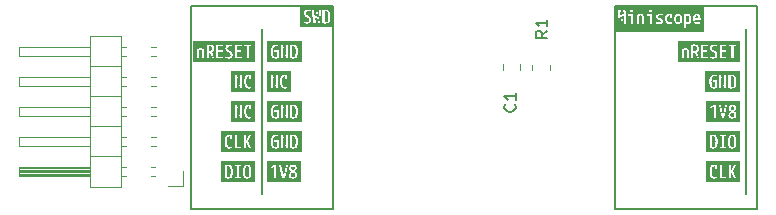
<source format=gbr>
%TF.GenerationSoftware,KiCad,Pcbnew,(6.0.2)*%
%TF.CreationDate,2023-02-06T19:57:10-08:00*%
%TF.ProjectId,SWD_to_v4WF_Cable,5357445f-746f-45f7-9634-57465f436162,rev?*%
%TF.SameCoordinates,Original*%
%TF.FileFunction,Legend,Top*%
%TF.FilePolarity,Positive*%
%FSLAX46Y46*%
G04 Gerber Fmt 4.6, Leading zero omitted, Abs format (unit mm)*
G04 Created by KiCad (PCBNEW (6.0.2)) date 2023-02-06 19:57:10*
%MOMM*%
%LPD*%
G01*
G04 APERTURE LIST*
%ADD10C,0.150000*%
%ADD11C,0.120000*%
G04 APERTURE END LIST*
D10*
X134140000Y-67605000D02*
X146205000Y-67605000D01*
X170017500Y-50460000D02*
X170017500Y-67605000D01*
X140152657Y-52350000D02*
X140152657Y-66350000D01*
X181130000Y-52365000D02*
X181130000Y-66365000D01*
X146205000Y-50460000D02*
X134140000Y-50460000D01*
X182082500Y-50460000D02*
X170017500Y-50460000D01*
X134140000Y-50460000D02*
X134140000Y-67605000D01*
X170017500Y-67605000D02*
X182082500Y-67605000D01*
X182082500Y-67605000D02*
X182082500Y-50460000D01*
X146205000Y-67605000D02*
X146205000Y-50460000D01*
%TO.C,R1*%
X164327380Y-52516666D02*
X163851190Y-52850000D01*
X164327380Y-53088095D02*
X163327380Y-53088095D01*
X163327380Y-52707142D01*
X163375000Y-52611904D01*
X163422619Y-52564285D01*
X163517857Y-52516666D01*
X163660714Y-52516666D01*
X163755952Y-52564285D01*
X163803571Y-52611904D01*
X163851190Y-52707142D01*
X163851190Y-53088095D01*
X164327380Y-51564285D02*
X164327380Y-52135714D01*
X164327380Y-51850000D02*
X163327380Y-51850000D01*
X163470238Y-51945238D01*
X163565476Y-52040476D01*
X163613095Y-52135714D01*
%TO.C,C1*%
X161582142Y-58741666D02*
X161629761Y-58789285D01*
X161677380Y-58932142D01*
X161677380Y-59027380D01*
X161629761Y-59170238D01*
X161534523Y-59265476D01*
X161439285Y-59313095D01*
X161248809Y-59360714D01*
X161105952Y-59360714D01*
X160915476Y-59313095D01*
X160820238Y-59265476D01*
X160725000Y-59170238D01*
X160677380Y-59027380D01*
X160677380Y-58932142D01*
X160725000Y-58789285D01*
X160772619Y-58741666D01*
X161677380Y-57789285D02*
X161677380Y-58360714D01*
X161677380Y-58075000D02*
X160677380Y-58075000D01*
X160820238Y-58170238D01*
X160915476Y-58265476D01*
X160963095Y-58360714D01*
D11*
%TO.C,R1*%
X164510000Y-55827064D02*
X164510000Y-55372936D01*
X163040000Y-55827064D02*
X163040000Y-55372936D01*
%TO.C,kibuzzard-630EA251*%
G36*
X142890698Y-58917406D02*
G01*
X142966501Y-58991225D01*
X142999133Y-59073069D01*
X143018712Y-59187369D01*
X143025238Y-59334125D01*
X143018800Y-59496226D01*
X142999485Y-59620581D01*
X142967295Y-59707188D01*
X142891690Y-59783388D01*
X142780763Y-59808788D01*
X142709326Y-59794500D01*
X142709326Y-58907088D01*
X142780763Y-58892800D01*
X142890698Y-58917406D01*
G37*
G36*
X140586309Y-58423958D02*
G01*
X143529005Y-58423958D01*
X143529005Y-60276042D01*
X140586309Y-60276042D01*
X140586309Y-59342063D01*
X140917038Y-59342063D01*
X140923239Y-59483449D01*
X140941843Y-59605984D01*
X140972849Y-59709668D01*
X141016257Y-59794500D01*
X141072068Y-59860480D01*
X141140280Y-59907609D01*
X141220896Y-59935887D01*
X141313913Y-59945313D01*
X141408810Y-59939139D01*
X141455929Y-59929438D01*
X141750476Y-59929438D01*
X141925101Y-59929438D01*
X141925101Y-59088063D01*
X141928276Y-59088063D01*
X142175926Y-59929438D01*
X142353726Y-59929438D01*
X142353726Y-59913563D01*
X142531526Y-59913563D01*
X142650985Y-59937375D01*
X142780763Y-59945313D01*
X142912526Y-59931620D01*
X143015713Y-59890544D01*
X143094096Y-59815733D01*
X143151445Y-59700838D01*
X143177462Y-59600119D01*
X143193072Y-59477882D01*
X143198276Y-59334125D01*
X143192174Y-59185743D01*
X143173868Y-59061273D01*
X143143358Y-58960715D01*
X143100645Y-58884069D01*
X143021710Y-58812190D01*
X142915083Y-58769063D01*
X142780763Y-58754687D01*
X142655748Y-58762625D01*
X142531526Y-58786437D01*
X142531526Y-59913563D01*
X142353726Y-59913563D01*
X142353726Y-58770563D01*
X142187038Y-58770563D01*
X142187038Y-59611938D01*
X142182276Y-59611938D01*
X141934626Y-58770563D01*
X141750476Y-58770563D01*
X141750476Y-59929438D01*
X141455929Y-59929438D01*
X141498769Y-59920618D01*
X141583788Y-59889750D01*
X141583788Y-59238875D01*
X141213901Y-59238875D01*
X141213901Y-59373813D01*
X141413926Y-59373813D01*
X141413926Y-59789738D01*
X141318676Y-59808788D01*
X141221838Y-59781800D01*
X141150401Y-59700838D01*
X141117769Y-59612996D01*
X141098190Y-59493404D01*
X141091663Y-59342063D01*
X141098542Y-59194160D01*
X141119180Y-59078538D01*
X141153576Y-58995194D01*
X141232554Y-58919589D01*
X141345663Y-58894388D01*
X141442898Y-58903913D01*
X141544101Y-58932488D01*
X141544101Y-58789613D01*
X141446866Y-58763419D01*
X141345663Y-58754687D01*
X141214694Y-58770386D01*
X141107538Y-58817482D01*
X141024194Y-58895975D01*
X140977314Y-58976838D01*
X140943827Y-59078141D01*
X140923736Y-59199882D01*
X140917038Y-59342063D01*
X140586309Y-59342063D01*
X140586309Y-58423958D01*
G37*
%TO.C,kibuzzard-630EA342*%
G36*
X140586309Y-55883958D02*
G01*
X142628893Y-55883958D01*
X142628893Y-57736042D01*
X140586309Y-57736042D01*
X140586309Y-57389438D01*
X140917038Y-57389438D01*
X141091664Y-57389438D01*
X141091664Y-56548063D01*
X141094839Y-56548063D01*
X141342488Y-57389438D01*
X141520289Y-57389438D01*
X141520289Y-56794125D01*
X141686976Y-56794125D01*
X141693252Y-56937372D01*
X141712078Y-57061520D01*
X141743456Y-57166567D01*
X141787385Y-57252516D01*
X141843866Y-57319364D01*
X141912897Y-57367113D01*
X141994480Y-57395763D01*
X142088614Y-57405313D01*
X142194579Y-57395391D01*
X142290226Y-57365625D01*
X142290226Y-57219575D01*
X142199739Y-57256484D01*
X142115601Y-57268788D01*
X142037990Y-57255602D01*
X141974490Y-57216047D01*
X141925101Y-57150122D01*
X141889823Y-57057826D01*
X141868657Y-56939161D01*
X141861601Y-56794125D01*
X141867995Y-56659761D01*
X141887177Y-56549826D01*
X141919148Y-56464322D01*
X141963907Y-56403247D01*
X142021453Y-56366602D01*
X142091789Y-56354388D01*
X142128301Y-56360738D01*
X142128301Y-56608388D01*
X142298164Y-56608388D01*
X142298164Y-56249613D01*
X142196960Y-56223419D01*
X142083851Y-56214687D01*
X141990833Y-56223741D01*
X141910218Y-56250902D01*
X141842005Y-56296171D01*
X141786195Y-56359547D01*
X141742787Y-56441030D01*
X141711781Y-56540621D01*
X141693177Y-56658319D01*
X141686976Y-56794125D01*
X141520289Y-56794125D01*
X141520289Y-56230563D01*
X141353601Y-56230563D01*
X141353601Y-57071938D01*
X141348839Y-57071938D01*
X141101189Y-56230563D01*
X140917038Y-56230563D01*
X140917038Y-57389438D01*
X140586309Y-57389438D01*
X140586309Y-55883958D01*
G37*
%TO.C,kibuzzard-630EA36E*%
G36*
X136679472Y-60963958D02*
G01*
X139606292Y-60963958D01*
X139606292Y-62816042D01*
X136679472Y-62816042D01*
X136679472Y-61874125D01*
X137010201Y-61874125D01*
X137016476Y-62017372D01*
X137035303Y-62141520D01*
X137066681Y-62246567D01*
X137110610Y-62332516D01*
X137167090Y-62399364D01*
X137236122Y-62447113D01*
X137317704Y-62475763D01*
X137411838Y-62485313D01*
X137517804Y-62475391D01*
X137536933Y-62469438D01*
X137883326Y-62469438D01*
X138431013Y-62469438D01*
X138624688Y-62469438D01*
X138802488Y-62469438D01*
X138802488Y-61913813D01*
X138805663Y-61913813D01*
X139083476Y-62469438D01*
X139275563Y-62469438D01*
X138964413Y-61863013D01*
X139267626Y-61310563D01*
X139077126Y-61310563D01*
X138805663Y-61818563D01*
X138802488Y-61818563D01*
X138802488Y-61310563D01*
X138624688Y-61310563D01*
X138624688Y-62469438D01*
X138431013Y-62469438D01*
X138431013Y-62331325D01*
X138061126Y-62331325D01*
X138061126Y-61310563D01*
X137883326Y-61310563D01*
X137883326Y-62469438D01*
X137536933Y-62469438D01*
X137613451Y-62445625D01*
X137613451Y-62299575D01*
X137522963Y-62336484D01*
X137438826Y-62348788D01*
X137361215Y-62335602D01*
X137297715Y-62296047D01*
X137248326Y-62230122D01*
X137213048Y-62137826D01*
X137191881Y-62019161D01*
X137184826Y-61874125D01*
X137191220Y-61739761D01*
X137210402Y-61629826D01*
X137242373Y-61544322D01*
X137287131Y-61483247D01*
X137344678Y-61446602D01*
X137415013Y-61434388D01*
X137451526Y-61440738D01*
X137451526Y-61688388D01*
X137621388Y-61688388D01*
X137621388Y-61329613D01*
X137520185Y-61303419D01*
X137407076Y-61294687D01*
X137314058Y-61303741D01*
X137233443Y-61330902D01*
X137165230Y-61376171D01*
X137109419Y-61439547D01*
X137066011Y-61521030D01*
X137035005Y-61620621D01*
X137016402Y-61738319D01*
X137010201Y-61874125D01*
X136679472Y-61874125D01*
X136679472Y-60963958D01*
G37*
%TO.C,kibuzzard-630EA342*%
G36*
X137563708Y-58423958D02*
G01*
X139606292Y-58423958D01*
X139606292Y-60276042D01*
X137563708Y-60276042D01*
X137563708Y-59929438D01*
X137894437Y-59929438D01*
X138069063Y-59929438D01*
X138069063Y-59088063D01*
X138072238Y-59088063D01*
X138319887Y-59929438D01*
X138497688Y-59929438D01*
X138497688Y-59334125D01*
X138664375Y-59334125D01*
X138670651Y-59477372D01*
X138689477Y-59601520D01*
X138720855Y-59706567D01*
X138764784Y-59792516D01*
X138821265Y-59859364D01*
X138890296Y-59907113D01*
X138971879Y-59935763D01*
X139066013Y-59945313D01*
X139171978Y-59935391D01*
X139267625Y-59905625D01*
X139267625Y-59759575D01*
X139177138Y-59796484D01*
X139093000Y-59808788D01*
X139015389Y-59795602D01*
X138951889Y-59756047D01*
X138902500Y-59690122D01*
X138867222Y-59597826D01*
X138846056Y-59479161D01*
X138839000Y-59334125D01*
X138845394Y-59199761D01*
X138864576Y-59089826D01*
X138896547Y-59004322D01*
X138941306Y-58943247D01*
X138998852Y-58906602D01*
X139069188Y-58894388D01*
X139105700Y-58900738D01*
X139105700Y-59148388D01*
X139275563Y-59148388D01*
X139275563Y-58789613D01*
X139174359Y-58763419D01*
X139061250Y-58754687D01*
X138968232Y-58763741D01*
X138887617Y-58790902D01*
X138819404Y-58836171D01*
X138763594Y-58899547D01*
X138720186Y-58981030D01*
X138689180Y-59080621D01*
X138670576Y-59198319D01*
X138664375Y-59334125D01*
X138497688Y-59334125D01*
X138497688Y-58770563D01*
X138331000Y-58770563D01*
X138331000Y-59611938D01*
X138326238Y-59611938D01*
X138078588Y-58770563D01*
X137894437Y-58770563D01*
X137894437Y-59929438D01*
X137563708Y-59929438D01*
X137563708Y-58423958D01*
G37*
%TO.C,kibuzzard-630EA6CF*%
G36*
X176873516Y-53825302D02*
G01*
X176933444Y-53862806D01*
X176969162Y-53927298D01*
X176981069Y-54020763D01*
X176968369Y-54118394D01*
X176930269Y-54182688D01*
X176862006Y-54218406D01*
X176758819Y-54230313D01*
X176696906Y-54230313D01*
X176696906Y-53825500D01*
X176788981Y-53812800D01*
X176873516Y-53825302D01*
G37*
G36*
X175399390Y-53343958D02*
G01*
X180656660Y-53343958D01*
X180656660Y-55196042D01*
X175399390Y-55196042D01*
X175399390Y-54849438D01*
X175730119Y-54849438D01*
X175904744Y-54849438D01*
X175904744Y-54173163D01*
X176012694Y-54138238D01*
X176130169Y-54169988D01*
X176161919Y-54285875D01*
X176161919Y-54849438D01*
X176333369Y-54849438D01*
X176519106Y-54849438D01*
X176696906Y-54849438D01*
X176696906Y-54368425D01*
X176758819Y-54368425D01*
X176854862Y-54399381D01*
X176885223Y-54444030D01*
X176911219Y-54516063D01*
X177003294Y-54849438D01*
X177185856Y-54849438D01*
X177344606Y-54849438D01*
X177900231Y-54849438D01*
X177900231Y-54711325D01*
X177522406Y-54711325D01*
X177522406Y-54293813D01*
X177884356Y-54293813D01*
X177884356Y-54158875D01*
X177522406Y-54158875D01*
X177522406Y-53976312D01*
X178111369Y-53976312D01*
X178127839Y-54089025D01*
X178177250Y-54182688D01*
X178231842Y-54237721D01*
X178307778Y-54290638D01*
X178405056Y-54341438D01*
X178473120Y-54382316D01*
X178518563Y-54428750D01*
X178544161Y-54485106D01*
X178552694Y-54555750D01*
X178541581Y-54629767D01*
X178508244Y-54683544D01*
X178455062Y-54716286D01*
X178384419Y-54727200D01*
X178291462Y-54715735D01*
X178203091Y-54681339D01*
X178119306Y-54624013D01*
X178119306Y-54789113D01*
X178200798Y-54831446D01*
X178290756Y-54856846D01*
X178389181Y-54865313D01*
X178512054Y-54852613D01*
X178520018Y-54849438D01*
X178932106Y-54849438D01*
X179487731Y-54849438D01*
X179487731Y-54711325D01*
X179109906Y-54711325D01*
X179109906Y-54293813D01*
X179471856Y-54293813D01*
X179471856Y-54158875D01*
X179109906Y-54158875D01*
X179109906Y-53828675D01*
X179487731Y-53828675D01*
X179675056Y-53828675D01*
X179911594Y-53828675D01*
X179911594Y-54849438D01*
X180089394Y-54849438D01*
X180089394Y-53828675D01*
X180325931Y-53828675D01*
X180325931Y-53690563D01*
X179675056Y-53690563D01*
X179675056Y-53828675D01*
X179487731Y-53828675D01*
X179487731Y-53690563D01*
X178932106Y-53690563D01*
X178932106Y-54849438D01*
X178520018Y-54849438D01*
X178607621Y-54814513D01*
X178675884Y-54751013D01*
X178716841Y-54662113D01*
X178730494Y-54547812D01*
X178713428Y-54425178D01*
X178662231Y-54327150D01*
X178604199Y-54270529D01*
X178521120Y-54214967D01*
X178412994Y-54160463D01*
X178342438Y-54113014D01*
X178300105Y-54048985D01*
X178285994Y-53968375D01*
X178297106Y-53903288D01*
X178330444Y-53854075D01*
X178383228Y-53823119D01*
X178452681Y-53812800D01*
X178576109Y-53829866D01*
X178698744Y-53881063D01*
X178698744Y-53722313D01*
X178613372Y-53695854D01*
X178524472Y-53679979D01*
X178432044Y-53674687D01*
X178337235Y-53683507D01*
X178258124Y-53709965D01*
X178194713Y-53754063D01*
X178132205Y-53849312D01*
X178111369Y-53976312D01*
X177522406Y-53976312D01*
X177522406Y-53828675D01*
X177900231Y-53828675D01*
X177900231Y-53690563D01*
X177344606Y-53690563D01*
X177344606Y-54849438D01*
X177185856Y-54849438D01*
X177087431Y-54525588D01*
X177036631Y-54400969D01*
X176976306Y-54322388D01*
X176976306Y-54319213D01*
X177054094Y-54273770D01*
X177109656Y-54208881D01*
X177142994Y-54124545D01*
X177154106Y-54020763D01*
X177144317Y-53911842D01*
X177114948Y-53824265D01*
X177066000Y-53758031D01*
X176996062Y-53711729D01*
X176903722Y-53683948D01*
X176788981Y-53674687D01*
X176697612Y-53678215D01*
X176607653Y-53688799D01*
X176519106Y-53706437D01*
X176519106Y-54849438D01*
X176333369Y-54849438D01*
X176333369Y-54293813D01*
X176316898Y-54152922D01*
X176267487Y-54066800D01*
X176209367Y-54034168D01*
X176122849Y-54014589D01*
X176007931Y-54008063D01*
X175905802Y-54015471D01*
X175813198Y-54037696D01*
X175730119Y-54074738D01*
X175730119Y-54849438D01*
X175399390Y-54849438D01*
X175399390Y-53343958D01*
G37*
%TO.C,kibuzzard-630EA6B9*%
G36*
X175469712Y-51226706D02*
G01*
X175517536Y-51273735D01*
X175544325Y-51364024D01*
X175553254Y-51509479D01*
X175544325Y-51654934D01*
X175517536Y-51745223D01*
X175469712Y-51792252D01*
X175397679Y-51807929D01*
X175325646Y-51792252D01*
X175277823Y-51745223D01*
X175251034Y-51654934D01*
X175242104Y-51509479D01*
X175251034Y-51364024D01*
X175277823Y-51273735D01*
X175325646Y-51226706D01*
X175397679Y-51211029D01*
X175469712Y-51226706D01*
G37*
G36*
X176245206Y-51227896D02*
G01*
X176296998Y-51278498D01*
X176327359Y-51369977D01*
X176337479Y-51509479D01*
X176328053Y-51640745D01*
X176299776Y-51734507D01*
X176252647Y-51790764D01*
X176186667Y-51809517D01*
X176067604Y-51773004D01*
X176067604Y-51228491D01*
X176170792Y-51211029D01*
X176245206Y-51227896D01*
G37*
G36*
X177091542Y-51261035D02*
G01*
X177116942Y-51334656D01*
X177126467Y-51445979D01*
X176843892Y-51445979D01*
X176857386Y-51331679D01*
X176885167Y-51258654D01*
X176929220Y-51219363D01*
X176991529Y-51206267D01*
X177091542Y-51261035D01*
G37*
G36*
X169942500Y-50385000D02*
G01*
X177628646Y-50385000D01*
X177628646Y-52602208D01*
X169942500Y-52602208D01*
X169942500Y-52271479D01*
X175892979Y-52271479D01*
X176067604Y-52271479D01*
X176067604Y-51906354D01*
X176135073Y-51930166D01*
X176207304Y-51938104D01*
X176300438Y-51926198D01*
X176376638Y-51890479D01*
X176435904Y-51830948D01*
X176478238Y-51747604D01*
X176503638Y-51640448D01*
X176512104Y-51509479D01*
X176662917Y-51509479D01*
X176673059Y-51640448D01*
X176703486Y-51747604D01*
X176754198Y-51830948D01*
X176825195Y-51890479D01*
X176916476Y-51926198D01*
X177028042Y-51938104D01*
X177138770Y-51928182D01*
X177255054Y-51898417D01*
X177255054Y-51766654D01*
X177146311Y-51798801D01*
X177048679Y-51809517D01*
X176963550Y-51795824D01*
X176901836Y-51754748D01*
X176862346Y-51681127D01*
X176843892Y-51569804D01*
X177294742Y-51569804D01*
X177297917Y-51506304D01*
X177289626Y-51370749D01*
X177264756Y-51262535D01*
X177223304Y-51181660D01*
X177164920Y-51125657D01*
X177089249Y-51092055D01*
X176996292Y-51080854D01*
X176894427Y-51092760D01*
X176811083Y-51128479D01*
X176746261Y-51188010D01*
X176699958Y-51271354D01*
X176672177Y-51378510D01*
X176662917Y-51509479D01*
X176512104Y-51509479D01*
X176502844Y-51370573D01*
X176475063Y-51260771D01*
X176428761Y-51180073D01*
X176362174Y-51124951D01*
X176273538Y-51091878D01*
X176162854Y-51080854D01*
X176067957Y-51086498D01*
X175977999Y-51103432D01*
X175892979Y-51131654D01*
X175892979Y-52271479D01*
X169942500Y-52271479D01*
X169942500Y-51922229D01*
X170273229Y-51922229D01*
X170428804Y-51922229D01*
X170455792Y-50937979D01*
X170460554Y-50937979D01*
X170551042Y-51652354D01*
X170701854Y-51652354D01*
X170800279Y-50937979D01*
X170801867Y-50937979D01*
X170825679Y-51922229D01*
X170995542Y-51922229D01*
X170953701Y-51096729D01*
X171182867Y-51096729D01*
X171182867Y-51225317D01*
X171394004Y-51225317D01*
X171394004Y-51922229D01*
X171571804Y-51922229D01*
X171921054Y-51922229D01*
X172095679Y-51922229D01*
X172095679Y-51245954D01*
X172203629Y-51211029D01*
X172321104Y-51242779D01*
X172352854Y-51358667D01*
X172352854Y-51922229D01*
X172524304Y-51922229D01*
X172524304Y-51366604D01*
X172507834Y-51225713D01*
X172458423Y-51139591D01*
X172400303Y-51106960D01*
X172355095Y-51096729D01*
X172770367Y-51096729D01*
X172770367Y-51225317D01*
X172981504Y-51225317D01*
X172981504Y-51922229D01*
X173159304Y-51922229D01*
X173159304Y-51311041D01*
X173519667Y-51311041D01*
X173535542Y-51402521D01*
X173583167Y-51473760D01*
X173668495Y-51529124D01*
X173797479Y-51572979D01*
X173902254Y-51620604D01*
X173930829Y-51699979D01*
X173894317Y-51783323D01*
X173773667Y-51809517D01*
X173654207Y-51794038D01*
X173527604Y-51747604D01*
X173527604Y-51887304D01*
X173612271Y-51915526D01*
X173703288Y-51932460D01*
X173800654Y-51938104D01*
X173930234Y-51922626D01*
X174026873Y-51876191D01*
X174087000Y-51801182D01*
X174107042Y-51699979D01*
X174091762Y-51598379D01*
X174045923Y-51525354D01*
X174020068Y-51509479D01*
X174297542Y-51509479D01*
X174308478Y-51639654D01*
X174341286Y-51746546D01*
X174395967Y-51830154D01*
X174470579Y-51890126D01*
X174563183Y-51926110D01*
X174673779Y-51938104D01*
X174773395Y-51928182D01*
X174869042Y-51898417D01*
X174869042Y-51768242D01*
X174780142Y-51802770D01*
X174694417Y-51814279D01*
X174603532Y-51795229D01*
X174534079Y-51738079D01*
X174490026Y-51642829D01*
X174475342Y-51509479D01*
X175064304Y-51509479D01*
X175073476Y-51646004D01*
X175100993Y-51755012D01*
X175146854Y-51836504D01*
X175211413Y-51892948D01*
X175295021Y-51926815D01*
X175397679Y-51938104D01*
X175500338Y-51926815D01*
X175583946Y-51892948D01*
X175648504Y-51836504D01*
X175694365Y-51755012D01*
X175721882Y-51646004D01*
X175731054Y-51509479D01*
X175721882Y-51372954D01*
X175694365Y-51263946D01*
X175648504Y-51182454D01*
X175583946Y-51126010D01*
X175500338Y-51092143D01*
X175397679Y-51080854D01*
X175295021Y-51092143D01*
X175211413Y-51126010D01*
X175146854Y-51182454D01*
X175100993Y-51263946D01*
X175073476Y-51372954D01*
X175064304Y-51509479D01*
X174475342Y-51509479D01*
X174488042Y-51379899D01*
X174526142Y-51286435D01*
X174586864Y-51229881D01*
X174667429Y-51211029D01*
X174710292Y-51215792D01*
X174710292Y-51398354D01*
X174876979Y-51398354D01*
X174876979Y-51112604D01*
X174779348Y-51088791D01*
X174670604Y-51080854D01*
X174571628Y-51089601D01*
X174487880Y-51115844D01*
X174419358Y-51159581D01*
X174366063Y-51220813D01*
X174327996Y-51299540D01*
X174305155Y-51395762D01*
X174297542Y-51509479D01*
X174020068Y-51509479D01*
X173958015Y-51471379D01*
X173816529Y-51426929D01*
X173722073Y-51382479D01*
X173694292Y-51311041D01*
X173728820Y-51233651D01*
X173832404Y-51207854D01*
X173953054Y-51217776D01*
X174080054Y-51247541D01*
X174080054Y-51115779D01*
X173997151Y-51096376D01*
X173909310Y-51084735D01*
X173816529Y-51080854D01*
X173687148Y-51095737D01*
X173594279Y-51140385D01*
X173538320Y-51212815D01*
X173519667Y-51311041D01*
X173159304Y-51311041D01*
X173159304Y-51096729D01*
X172770367Y-51096729D01*
X172355095Y-51096729D01*
X172313784Y-51087380D01*
X172198867Y-51080854D01*
X172096738Y-51088262D01*
X172004133Y-51110487D01*
X171921054Y-51147529D01*
X171921054Y-51922229D01*
X171571804Y-51922229D01*
X171571804Y-51096729D01*
X171182867Y-51096729D01*
X170953701Y-51096729D01*
X170944448Y-50914167D01*
X171362254Y-50914167D01*
X171571804Y-50914167D01*
X172949754Y-50914167D01*
X173159304Y-50914167D01*
X173159304Y-50715729D01*
X172949754Y-50715729D01*
X172949754Y-50914167D01*
X171571804Y-50914167D01*
X171571804Y-50715729D01*
X171362254Y-50715729D01*
X171362254Y-50914167D01*
X170944448Y-50914167D01*
X170936804Y-50763354D01*
X170736779Y-50763354D01*
X170641529Y-51501542D01*
X170638354Y-51501542D01*
X170541517Y-50763354D01*
X170333554Y-50763354D01*
X170273229Y-51922229D01*
X169942500Y-51922229D01*
X169942500Y-50385000D01*
G37*
%TO.C,kibuzzard-630EA251*%
G36*
X140586309Y-53343958D02*
G01*
X143529005Y-53343958D01*
X143529005Y-55196042D01*
X140586309Y-55196042D01*
X140586309Y-54262063D01*
X140917038Y-54262063D01*
X140923239Y-54403449D01*
X140941843Y-54525984D01*
X140972849Y-54629668D01*
X141016257Y-54714500D01*
X141072068Y-54780480D01*
X141140280Y-54827609D01*
X141220896Y-54855887D01*
X141313913Y-54865313D01*
X141408810Y-54859139D01*
X141455929Y-54849438D01*
X141750476Y-54849438D01*
X141925101Y-54849438D01*
X141925101Y-54008063D01*
X141928276Y-54008063D01*
X142175926Y-54849438D01*
X142353726Y-54849438D01*
X142353726Y-54833563D01*
X142531526Y-54833563D01*
X142650985Y-54857375D01*
X142780763Y-54865313D01*
X142912526Y-54851620D01*
X143015713Y-54810544D01*
X143094096Y-54735733D01*
X143151445Y-54620838D01*
X143177462Y-54520119D01*
X143193072Y-54397882D01*
X143198276Y-54254125D01*
X143192174Y-54105743D01*
X143173868Y-53981273D01*
X143143358Y-53880715D01*
X143100645Y-53804069D01*
X143021710Y-53732190D01*
X142915083Y-53689063D01*
X142780763Y-53674687D01*
X142655748Y-53682625D01*
X142531526Y-53706437D01*
X142531526Y-54833563D01*
X142353726Y-54833563D01*
X142353726Y-53690563D01*
X142187038Y-53690563D01*
X142187038Y-54531938D01*
X142182276Y-54531938D01*
X141934626Y-53690563D01*
X141750476Y-53690563D01*
X141750476Y-54849438D01*
X141455929Y-54849438D01*
X141498769Y-54840618D01*
X141583788Y-54809750D01*
X141583788Y-54158875D01*
X141213901Y-54158875D01*
X141213901Y-54293813D01*
X141413926Y-54293813D01*
X141413926Y-54709738D01*
X141318676Y-54728788D01*
X141221838Y-54701800D01*
X141150401Y-54620838D01*
X141117769Y-54532996D01*
X141098190Y-54413404D01*
X141091663Y-54262063D01*
X141098542Y-54114160D01*
X141119180Y-53998538D01*
X141153576Y-53915194D01*
X141232554Y-53839589D01*
X141345663Y-53814388D01*
X141442898Y-53823913D01*
X141544101Y-53852488D01*
X141544101Y-53709613D01*
X141446866Y-53683419D01*
X141345663Y-53674687D01*
X141214694Y-53690386D01*
X141107538Y-53737482D01*
X141024194Y-53815975D01*
X140977314Y-53896838D01*
X140943827Y-53998141D01*
X140923736Y-54119882D01*
X140917038Y-54262063D01*
X140586309Y-54262063D01*
X140586309Y-53343958D01*
G37*
G36*
X142890698Y-53837406D02*
G01*
X142966501Y-53911225D01*
X142999133Y-53993069D01*
X143018712Y-54107369D01*
X143025238Y-54254125D01*
X143018800Y-54416226D01*
X142999485Y-54540581D01*
X142967295Y-54627188D01*
X142891690Y-54703388D01*
X142780763Y-54728788D01*
X142709326Y-54714500D01*
X142709326Y-53827088D01*
X142780763Y-53812800D01*
X142890698Y-53837406D01*
G37*
%TO.C,kibuzzard-630EA39E*%
G36*
X145641693Y-50878448D02*
G01*
X145717496Y-50952267D01*
X145750128Y-51034111D01*
X145769707Y-51148411D01*
X145776234Y-51295167D01*
X145769795Y-51457268D01*
X145750481Y-51581623D01*
X145718290Y-51668230D01*
X145642685Y-51744430D01*
X145531758Y-51769830D01*
X145460321Y-51755542D01*
X145460321Y-50868130D01*
X145531758Y-50853842D01*
X145641693Y-50878448D01*
G37*
G36*
X143376992Y-50385000D02*
G01*
X146280000Y-50385000D01*
X146280000Y-52237084D01*
X143376992Y-52237084D01*
X143376992Y-51017354D01*
X143707721Y-51017354D01*
X143724191Y-51130067D01*
X143773602Y-51223730D01*
X143828195Y-51278763D01*
X143904130Y-51331680D01*
X144001408Y-51382480D01*
X144069473Y-51423358D01*
X144114915Y-51469792D01*
X144140513Y-51526148D01*
X144149046Y-51596792D01*
X144137933Y-51670809D01*
X144104596Y-51724586D01*
X144051415Y-51757328D01*
X143980771Y-51768242D01*
X143887814Y-51756777D01*
X143799443Y-51722381D01*
X143715658Y-51665055D01*
X143715658Y-51830155D01*
X143797150Y-51872488D01*
X143887108Y-51897888D01*
X143985533Y-51906355D01*
X144108406Y-51893655D01*
X144203973Y-51855555D01*
X144272236Y-51792055D01*
X144313193Y-51703155D01*
X144326846Y-51588854D01*
X144309780Y-51466220D01*
X144258583Y-51368192D01*
X144200552Y-51311571D01*
X144117472Y-51256009D01*
X144009346Y-51201505D01*
X143938790Y-51154056D01*
X143896457Y-51090027D01*
X143882346Y-51009417D01*
X143893458Y-50944330D01*
X143926796Y-50895117D01*
X143979580Y-50864161D01*
X144049033Y-50853842D01*
X144172462Y-50870908D01*
X144295096Y-50922105D01*
X144295096Y-50763355D01*
X144209724Y-50736896D01*
X144180094Y-50731605D01*
X144422096Y-50731605D01*
X144525283Y-51890480D01*
X144696733Y-51890480D01*
X144790396Y-51112605D01*
X144795158Y-51112605D01*
X144874533Y-51890480D01*
X145080908Y-51890480D01*
X145082322Y-51874605D01*
X145282521Y-51874605D01*
X145401980Y-51898417D01*
X145531758Y-51906355D01*
X145663521Y-51892662D01*
X145766708Y-51851586D01*
X145845091Y-51776775D01*
X145902440Y-51661880D01*
X145928457Y-51561161D01*
X145944068Y-51438924D01*
X145949271Y-51295167D01*
X145943169Y-51146785D01*
X145924863Y-51022315D01*
X145894353Y-50921757D01*
X145851640Y-50845111D01*
X145772706Y-50773232D01*
X145666079Y-50730105D01*
X145531758Y-50715729D01*
X145406743Y-50723667D01*
X145282521Y-50747479D01*
X145282521Y-51874605D01*
X145082322Y-51874605D01*
X145184096Y-50731605D01*
X145025346Y-50731605D01*
X144966608Y-51723792D01*
X144963433Y-51723792D01*
X144879296Y-50922105D01*
X144738008Y-50922105D01*
X144650696Y-51612667D01*
X144647521Y-51612667D01*
X144591958Y-50731605D01*
X144422096Y-50731605D01*
X144180094Y-50731605D01*
X144120824Y-50721021D01*
X144028396Y-50715729D01*
X143933587Y-50724549D01*
X143854477Y-50751007D01*
X143791065Y-50795105D01*
X143728557Y-50890354D01*
X143707721Y-51017354D01*
X143376992Y-51017354D01*
X143376992Y-50385000D01*
G37*
%TO.C,C1*%
X162010000Y-55326248D02*
X162010000Y-55848752D01*
X160540000Y-55326248D02*
X160540000Y-55848752D01*
%TO.C,kibuzzard-630EA6DD*%
G36*
X180018353Y-56377406D02*
G01*
X180094156Y-56451225D01*
X180126788Y-56533069D01*
X180146367Y-56647369D01*
X180152893Y-56794125D01*
X180146455Y-56956226D01*
X180127140Y-57080581D01*
X180094950Y-57167188D01*
X180019345Y-57243388D01*
X179908418Y-57268788D01*
X179836981Y-57254500D01*
X179836981Y-56367088D01*
X179908418Y-56352800D01*
X180018353Y-56377406D01*
G37*
G36*
X177713964Y-55883958D02*
G01*
X180656660Y-55883958D01*
X180656660Y-57736042D01*
X177713964Y-57736042D01*
X177713964Y-56802063D01*
X178044693Y-56802063D01*
X178050894Y-56943449D01*
X178069498Y-57065984D01*
X178100504Y-57169668D01*
X178143912Y-57254500D01*
X178199723Y-57320480D01*
X178267935Y-57367609D01*
X178348551Y-57395887D01*
X178441568Y-57405313D01*
X178536465Y-57399139D01*
X178583584Y-57389438D01*
X178878131Y-57389438D01*
X179052756Y-57389438D01*
X179052756Y-56548063D01*
X179055931Y-56548063D01*
X179303581Y-57389438D01*
X179481381Y-57389438D01*
X179481381Y-57373563D01*
X179659181Y-57373563D01*
X179778640Y-57397375D01*
X179908418Y-57405313D01*
X180040181Y-57391620D01*
X180143368Y-57350544D01*
X180221751Y-57275733D01*
X180279100Y-57160838D01*
X180305117Y-57060119D01*
X180320727Y-56937882D01*
X180325931Y-56794125D01*
X180319829Y-56645743D01*
X180301523Y-56521273D01*
X180271013Y-56420715D01*
X180228300Y-56344069D01*
X180149365Y-56272190D01*
X180042738Y-56229063D01*
X179908418Y-56214687D01*
X179783403Y-56222625D01*
X179659181Y-56246437D01*
X179659181Y-57373563D01*
X179481381Y-57373563D01*
X179481381Y-56230563D01*
X179314693Y-56230563D01*
X179314693Y-57071938D01*
X179309931Y-57071938D01*
X179062281Y-56230563D01*
X178878131Y-56230563D01*
X178878131Y-57389438D01*
X178583584Y-57389438D01*
X178626424Y-57380618D01*
X178711443Y-57349750D01*
X178711443Y-56698875D01*
X178341556Y-56698875D01*
X178341556Y-56833813D01*
X178541581Y-56833813D01*
X178541581Y-57249738D01*
X178446331Y-57268788D01*
X178349493Y-57241800D01*
X178278056Y-57160838D01*
X178245424Y-57072996D01*
X178225845Y-56953404D01*
X178219318Y-56802063D01*
X178226197Y-56654160D01*
X178246835Y-56538538D01*
X178281231Y-56455194D01*
X178360209Y-56379589D01*
X178473318Y-56354388D01*
X178570553Y-56363913D01*
X178671756Y-56392488D01*
X178671756Y-56249613D01*
X178574521Y-56223419D01*
X178473318Y-56214687D01*
X178342349Y-56230386D01*
X178235193Y-56277482D01*
X178151849Y-56355975D01*
X178104969Y-56436838D01*
X178071482Y-56538141D01*
X178051391Y-56659882D01*
X178044693Y-56802063D01*
X177713964Y-56802063D01*
X177713964Y-55883958D01*
G37*
%TO.C,kibuzzard-630EA2F1*%
G36*
X134349022Y-53343958D02*
G01*
X139606292Y-53343958D01*
X139606292Y-55196042D01*
X134349022Y-55196042D01*
X134349022Y-54849438D01*
X134679751Y-54849438D01*
X134854376Y-54849438D01*
X134854376Y-54173163D01*
X134962326Y-54138238D01*
X135079801Y-54169988D01*
X135111551Y-54285875D01*
X135111551Y-54849438D01*
X135283001Y-54849438D01*
X135468738Y-54849438D01*
X135646538Y-54849438D01*
X135646538Y-54368425D01*
X135708451Y-54368425D01*
X135804494Y-54399381D01*
X135834855Y-54444030D01*
X135860851Y-54516063D01*
X135952926Y-54849438D01*
X136135488Y-54849438D01*
X136294238Y-54849438D01*
X136849863Y-54849438D01*
X136849863Y-54711325D01*
X136472038Y-54711325D01*
X136472038Y-54293813D01*
X136833988Y-54293813D01*
X136833988Y-54158875D01*
X136472038Y-54158875D01*
X136472038Y-53976312D01*
X137061001Y-53976312D01*
X137077471Y-54089025D01*
X137126882Y-54182688D01*
X137181474Y-54237721D01*
X137257410Y-54290638D01*
X137354688Y-54341438D01*
X137422752Y-54382316D01*
X137468195Y-54428750D01*
X137493793Y-54485106D01*
X137502326Y-54555750D01*
X137491213Y-54629767D01*
X137457876Y-54683544D01*
X137404694Y-54716286D01*
X137334051Y-54727200D01*
X137241094Y-54715735D01*
X137152723Y-54681339D01*
X137068938Y-54624013D01*
X137068938Y-54789113D01*
X137150430Y-54831446D01*
X137240388Y-54856846D01*
X137338813Y-54865313D01*
X137461686Y-54852613D01*
X137469650Y-54849438D01*
X137881738Y-54849438D01*
X138437363Y-54849438D01*
X138437363Y-54711325D01*
X138059538Y-54711325D01*
X138059538Y-54293813D01*
X138421488Y-54293813D01*
X138421488Y-54158875D01*
X138059538Y-54158875D01*
X138059538Y-53828675D01*
X138437363Y-53828675D01*
X138624688Y-53828675D01*
X138861226Y-53828675D01*
X138861226Y-54849438D01*
X139039026Y-54849438D01*
X139039026Y-53828675D01*
X139275563Y-53828675D01*
X139275563Y-53690563D01*
X138624688Y-53690563D01*
X138624688Y-53828675D01*
X138437363Y-53828675D01*
X138437363Y-53690563D01*
X137881738Y-53690563D01*
X137881738Y-54849438D01*
X137469650Y-54849438D01*
X137557253Y-54814513D01*
X137625516Y-54751013D01*
X137666473Y-54662113D01*
X137680126Y-54547812D01*
X137663060Y-54425178D01*
X137611863Y-54327150D01*
X137553831Y-54270529D01*
X137470752Y-54214967D01*
X137362626Y-54160463D01*
X137292070Y-54113014D01*
X137249737Y-54048985D01*
X137235626Y-53968375D01*
X137246738Y-53903288D01*
X137280076Y-53854075D01*
X137332860Y-53823119D01*
X137402313Y-53812800D01*
X137525741Y-53829866D01*
X137648376Y-53881063D01*
X137648376Y-53722313D01*
X137563004Y-53695854D01*
X137474104Y-53679979D01*
X137381676Y-53674687D01*
X137286867Y-53683507D01*
X137207756Y-53709965D01*
X137144345Y-53754063D01*
X137081837Y-53849312D01*
X137061001Y-53976312D01*
X136472038Y-53976312D01*
X136472038Y-53828675D01*
X136849863Y-53828675D01*
X136849863Y-53690563D01*
X136294238Y-53690563D01*
X136294238Y-54849438D01*
X136135488Y-54849438D01*
X136037063Y-54525588D01*
X135986263Y-54400969D01*
X135925938Y-54322388D01*
X135925938Y-54319213D01*
X136003726Y-54273770D01*
X136059288Y-54208881D01*
X136092626Y-54124545D01*
X136103738Y-54020763D01*
X136093949Y-53911842D01*
X136064580Y-53824265D01*
X136015632Y-53758031D01*
X135945694Y-53711729D01*
X135853354Y-53683948D01*
X135738613Y-53674687D01*
X135647244Y-53678215D01*
X135557285Y-53688799D01*
X135468738Y-53706437D01*
X135468738Y-54849438D01*
X135283001Y-54849438D01*
X135283001Y-54293813D01*
X135266530Y-54152922D01*
X135217119Y-54066800D01*
X135158999Y-54034168D01*
X135072481Y-54014589D01*
X134957563Y-54008063D01*
X134855434Y-54015471D01*
X134762830Y-54037696D01*
X134679751Y-54074738D01*
X134679751Y-54849438D01*
X134349022Y-54849438D01*
X134349022Y-53343958D01*
G37*
G36*
X135823148Y-53825302D02*
G01*
X135883076Y-53862806D01*
X135918794Y-53927298D01*
X135930701Y-54020763D01*
X135918001Y-54118394D01*
X135879901Y-54182688D01*
X135811638Y-54218406D01*
X135708451Y-54230313D01*
X135646538Y-54230313D01*
X135646538Y-53825500D01*
X135738613Y-53812800D01*
X135823148Y-53825302D01*
G37*
%TO.C,kibuzzard-630EA721*%
G36*
X180058834Y-61457208D02*
G01*
X180114793Y-61530431D01*
X180138605Y-61613775D01*
X180152893Y-61733631D01*
X180157656Y-61890000D01*
X180152893Y-62046369D01*
X180138605Y-62166225D01*
X180114793Y-62249569D01*
X180058834Y-62322792D01*
X179976680Y-62347200D01*
X179894527Y-62322792D01*
X179838568Y-62249569D01*
X179814755Y-62166225D01*
X179800468Y-62046369D01*
X179795705Y-61890000D01*
X179800468Y-61733631D01*
X179814755Y-61613775D01*
X179838568Y-61530431D01*
X179894527Y-61457208D01*
X179976680Y-61432800D01*
X180058834Y-61457208D01*
G37*
G36*
X178434027Y-61457406D02*
G01*
X178509830Y-61531225D01*
X178542462Y-61613069D01*
X178562042Y-61727369D01*
X178568568Y-61874125D01*
X178562130Y-62036226D01*
X178542815Y-62160581D01*
X178510624Y-62247188D01*
X178435020Y-62323388D01*
X178324093Y-62348788D01*
X178252655Y-62334500D01*
X178252655Y-61447088D01*
X178324093Y-61432800D01*
X178434027Y-61457406D01*
G37*
G36*
X177744126Y-60963958D02*
G01*
X180656660Y-60963958D01*
X180656660Y-62816042D01*
X177744126Y-62816042D01*
X177744126Y-62453563D01*
X178074855Y-62453563D01*
X178194315Y-62477375D01*
X178324093Y-62485313D01*
X178455855Y-62471620D01*
X178461336Y-62469438D01*
X178913055Y-62469438D01*
X179452805Y-62469438D01*
X179452805Y-62331325D01*
X179275005Y-62331325D01*
X179275005Y-61890000D01*
X179627430Y-61890000D01*
X179631752Y-62028994D01*
X179644717Y-62147528D01*
X179666324Y-62245600D01*
X179714148Y-62357916D01*
X179779830Y-62431338D01*
X179866349Y-62471819D01*
X179976680Y-62485313D01*
X180087012Y-62471819D01*
X180173530Y-62431338D01*
X180239213Y-62357916D01*
X180287037Y-62245600D01*
X180308644Y-62147528D01*
X180321609Y-62028994D01*
X180325930Y-61890000D01*
X180321609Y-61751006D01*
X180308644Y-61632472D01*
X180287037Y-61534400D01*
X180239213Y-61422084D01*
X180173530Y-61348663D01*
X180087012Y-61308181D01*
X179976680Y-61294687D01*
X179866349Y-61308181D01*
X179779830Y-61348663D01*
X179714148Y-61422084D01*
X179666324Y-61534400D01*
X179644717Y-61632472D01*
X179631752Y-61751006D01*
X179627430Y-61890000D01*
X179275005Y-61890000D01*
X179275005Y-61448675D01*
X179452805Y-61448675D01*
X179452805Y-61310563D01*
X178913055Y-61310563D01*
X178913055Y-61448675D01*
X179090855Y-61448675D01*
X179090855Y-62331325D01*
X178913055Y-62331325D01*
X178913055Y-62469438D01*
X178461336Y-62469438D01*
X178559043Y-62430544D01*
X178637426Y-62355733D01*
X178694774Y-62240838D01*
X178720792Y-62140119D01*
X178736402Y-62017882D01*
X178741605Y-61874125D01*
X178735504Y-61725743D01*
X178717198Y-61601273D01*
X178686688Y-61500715D01*
X178643974Y-61424069D01*
X178565040Y-61352190D01*
X178458413Y-61309063D01*
X178324093Y-61294687D01*
X178199077Y-61302625D01*
X178074855Y-61326437D01*
X178074855Y-62453563D01*
X177744126Y-62453563D01*
X177744126Y-60963958D01*
G37*
%TO.C,kibuzzard-630EA733*%
G36*
X177729840Y-63503958D02*
G01*
X180656660Y-63503958D01*
X180656660Y-65356042D01*
X177729840Y-65356042D01*
X177729840Y-64414125D01*
X178060569Y-64414125D01*
X178066844Y-64557372D01*
X178085671Y-64681520D01*
X178117049Y-64786567D01*
X178160978Y-64872516D01*
X178217458Y-64939364D01*
X178286490Y-64987113D01*
X178368072Y-65015763D01*
X178462206Y-65025313D01*
X178568172Y-65015391D01*
X178587301Y-65009438D01*
X178933694Y-65009438D01*
X179481381Y-65009438D01*
X179675056Y-65009438D01*
X179852856Y-65009438D01*
X179852856Y-64453813D01*
X179856031Y-64453813D01*
X180133844Y-65009438D01*
X180325931Y-65009438D01*
X180014781Y-64403013D01*
X180317994Y-63850563D01*
X180127494Y-63850563D01*
X179856031Y-64358563D01*
X179852856Y-64358563D01*
X179852856Y-63850563D01*
X179675056Y-63850563D01*
X179675056Y-65009438D01*
X179481381Y-65009438D01*
X179481381Y-64871325D01*
X179111494Y-64871325D01*
X179111494Y-63850563D01*
X178933694Y-63850563D01*
X178933694Y-65009438D01*
X178587301Y-65009438D01*
X178663819Y-64985625D01*
X178663819Y-64839575D01*
X178573331Y-64876484D01*
X178489194Y-64888788D01*
X178411583Y-64875602D01*
X178348083Y-64836047D01*
X178298694Y-64770122D01*
X178263416Y-64677826D01*
X178242249Y-64559161D01*
X178235194Y-64414125D01*
X178241588Y-64279761D01*
X178260770Y-64169826D01*
X178292741Y-64084322D01*
X178337499Y-64023247D01*
X178395046Y-63986602D01*
X178465381Y-63974388D01*
X178501894Y-63980738D01*
X178501894Y-64228388D01*
X178671756Y-64228388D01*
X178671756Y-63869613D01*
X178570553Y-63843419D01*
X178457444Y-63834687D01*
X178364426Y-63843741D01*
X178283811Y-63870902D01*
X178215598Y-63916171D01*
X178159787Y-63979547D01*
X178116379Y-64061030D01*
X178085373Y-64160621D01*
X178066770Y-64278319D01*
X178060569Y-64414125D01*
X177729840Y-64414125D01*
X177729840Y-63503958D01*
G37*
%TO.C,kibuzzard-630EA6F1*%
G36*
X177793340Y-58423958D02*
G01*
X180656660Y-58423958D01*
X180656660Y-60276042D01*
X177793340Y-60276042D01*
X177793340Y-59088063D01*
X178124069Y-59088063D01*
X178397119Y-58935663D01*
X178400294Y-58937250D01*
X178400294Y-59929438D01*
X178578094Y-59929438D01*
X178578094Y-58770563D01*
X178836856Y-58770563D01*
X179094031Y-59929438D01*
X179300406Y-59929438D01*
X179367755Y-59627812D01*
X179659181Y-59627812D01*
X179668706Y-59722445D01*
X179697281Y-59801026D01*
X179744906Y-59863556D01*
X179810170Y-59908976D01*
X179891662Y-59936228D01*
X179989381Y-59945313D01*
X180087453Y-59936228D01*
X180170003Y-59908976D01*
X180237031Y-59863556D01*
X180286420Y-59801026D01*
X180316053Y-59722445D01*
X180325931Y-59627812D01*
X180313430Y-59525022D01*
X180275925Y-59435725D01*
X180215798Y-59363494D01*
X180135431Y-59311900D01*
X180135431Y-59308725D01*
X180204884Y-59257727D01*
X180257669Y-59193631D01*
X180291006Y-59120011D01*
X180302119Y-59040438D01*
X180281878Y-58920383D01*
X180221156Y-58830094D01*
X180123525Y-58773539D01*
X179992556Y-58754687D01*
X179861588Y-58773737D01*
X179763956Y-58830887D01*
X179703234Y-58921375D01*
X179682994Y-59040438D01*
X179693908Y-59125766D01*
X179726650Y-59207125D01*
X179777252Y-59277372D01*
X179841744Y-59329363D01*
X179841744Y-59330950D01*
X179761873Y-59383437D01*
X179704822Y-59450409D01*
X179670591Y-59531868D01*
X179659181Y-59627812D01*
X179367755Y-59627812D01*
X179559169Y-58770563D01*
X179382956Y-58770563D01*
X179201981Y-59770688D01*
X179200394Y-59770688D01*
X179019419Y-58770563D01*
X178836856Y-58770563D01*
X178578094Y-58770563D01*
X178401881Y-58770563D01*
X178124069Y-58932488D01*
X178124069Y-59088063D01*
X177793340Y-59088063D01*
X177793340Y-58423958D01*
G37*
G36*
X180072990Y-59438724D02*
G01*
X180131727Y-59513865D01*
X180151306Y-59615113D01*
X180132962Y-59721828D01*
X180077928Y-59785857D01*
X179986206Y-59807200D01*
X179917150Y-59795095D01*
X179865556Y-59758781D01*
X179833409Y-59698655D01*
X179822694Y-59615113D01*
X179839627Y-59513865D01*
X179890427Y-59438724D01*
X179975094Y-59389688D01*
X180072990Y-59438724D01*
G37*
G36*
X180102888Y-58932488D02*
G01*
X180129677Y-58983287D01*
X180138606Y-59053137D01*
X180122731Y-59145918D01*
X180075106Y-59214710D01*
X179995731Y-59259513D01*
X179918120Y-59216826D01*
X179871553Y-59148035D01*
X179856031Y-59053137D01*
X179864961Y-58981303D01*
X179891750Y-58930900D01*
X180002081Y-58891213D01*
X180102888Y-58932488D01*
G37*
%TO.C,kibuzzard-630EA251*%
G36*
X140586309Y-60963958D02*
G01*
X143529005Y-60963958D01*
X143529005Y-62816042D01*
X140586309Y-62816042D01*
X140586309Y-61882063D01*
X140917038Y-61882063D01*
X140923239Y-62023449D01*
X140941843Y-62145984D01*
X140972849Y-62249668D01*
X141016257Y-62334500D01*
X141072068Y-62400480D01*
X141140280Y-62447609D01*
X141220896Y-62475887D01*
X141313913Y-62485313D01*
X141408810Y-62479139D01*
X141455929Y-62469438D01*
X141750476Y-62469438D01*
X141925101Y-62469438D01*
X141925101Y-61628063D01*
X141928276Y-61628063D01*
X142175926Y-62469438D01*
X142353726Y-62469438D01*
X142353726Y-62453563D01*
X142531526Y-62453563D01*
X142650985Y-62477375D01*
X142780763Y-62485313D01*
X142912526Y-62471620D01*
X143015713Y-62430544D01*
X143094096Y-62355733D01*
X143151445Y-62240838D01*
X143177462Y-62140119D01*
X143193072Y-62017882D01*
X143198276Y-61874125D01*
X143192174Y-61725743D01*
X143173868Y-61601273D01*
X143143358Y-61500715D01*
X143100645Y-61424069D01*
X143021710Y-61352190D01*
X142915083Y-61309063D01*
X142780763Y-61294687D01*
X142655748Y-61302625D01*
X142531526Y-61326437D01*
X142531526Y-62453563D01*
X142353726Y-62453563D01*
X142353726Y-61310563D01*
X142187038Y-61310563D01*
X142187038Y-62151938D01*
X142182276Y-62151938D01*
X141934626Y-61310563D01*
X141750476Y-61310563D01*
X141750476Y-62469438D01*
X141455929Y-62469438D01*
X141498769Y-62460618D01*
X141583788Y-62429750D01*
X141583788Y-61778875D01*
X141213901Y-61778875D01*
X141213901Y-61913813D01*
X141413926Y-61913813D01*
X141413926Y-62329738D01*
X141318676Y-62348788D01*
X141221838Y-62321800D01*
X141150401Y-62240838D01*
X141117769Y-62152996D01*
X141098190Y-62033404D01*
X141091663Y-61882063D01*
X141098542Y-61734160D01*
X141119180Y-61618538D01*
X141153576Y-61535194D01*
X141232554Y-61459589D01*
X141345663Y-61434388D01*
X141442898Y-61443913D01*
X141544101Y-61472488D01*
X141544101Y-61329613D01*
X141446866Y-61303419D01*
X141345663Y-61294687D01*
X141214694Y-61310386D01*
X141107538Y-61357482D01*
X141024194Y-61435975D01*
X140977314Y-61516838D01*
X140943827Y-61618141D01*
X140923736Y-61739882D01*
X140917038Y-61882063D01*
X140586309Y-61882063D01*
X140586309Y-60963958D01*
G37*
G36*
X142890698Y-61457406D02*
G01*
X142966501Y-61531225D01*
X142999133Y-61613069D01*
X143018712Y-61727369D01*
X143025238Y-61874125D01*
X143018800Y-62036226D01*
X142999485Y-62160581D01*
X142967295Y-62247188D01*
X142891690Y-62323388D01*
X142780763Y-62348788D01*
X142709326Y-62334500D01*
X142709326Y-61447088D01*
X142780763Y-61432800D01*
X142890698Y-61457406D01*
G37*
%TO.C,kibuzzard-630EA342*%
G36*
X137563708Y-55883958D02*
G01*
X139606292Y-55883958D01*
X139606292Y-57736042D01*
X137563708Y-57736042D01*
X137563708Y-57389438D01*
X137894437Y-57389438D01*
X138069063Y-57389438D01*
X138069063Y-56548063D01*
X138072238Y-56548063D01*
X138319887Y-57389438D01*
X138497688Y-57389438D01*
X138497688Y-56794125D01*
X138664375Y-56794125D01*
X138670651Y-56937372D01*
X138689477Y-57061520D01*
X138720855Y-57166567D01*
X138764784Y-57252516D01*
X138821265Y-57319364D01*
X138890296Y-57367113D01*
X138971879Y-57395763D01*
X139066013Y-57405313D01*
X139171978Y-57395391D01*
X139267625Y-57365625D01*
X139267625Y-57219575D01*
X139177138Y-57256484D01*
X139093000Y-57268788D01*
X139015389Y-57255602D01*
X138951889Y-57216047D01*
X138902500Y-57150122D01*
X138867222Y-57057826D01*
X138846056Y-56939161D01*
X138839000Y-56794125D01*
X138845394Y-56659761D01*
X138864576Y-56549826D01*
X138896547Y-56464322D01*
X138941306Y-56403247D01*
X138998852Y-56366602D01*
X139069188Y-56354388D01*
X139105700Y-56360738D01*
X139105700Y-56608388D01*
X139275563Y-56608388D01*
X139275563Y-56249613D01*
X139174359Y-56223419D01*
X139061250Y-56214687D01*
X138968232Y-56223741D01*
X138887617Y-56250902D01*
X138819404Y-56296171D01*
X138763594Y-56359547D01*
X138720186Y-56441030D01*
X138689180Y-56540621D01*
X138670576Y-56658319D01*
X138664375Y-56794125D01*
X138497688Y-56794125D01*
X138497688Y-56230563D01*
X138331000Y-56230563D01*
X138331000Y-57071938D01*
X138326238Y-57071938D01*
X138078588Y-56230563D01*
X137894437Y-56230563D01*
X137894437Y-57389438D01*
X137563708Y-57389438D01*
X137563708Y-55883958D01*
G37*
%TO.C,kibuzzard-630EA059*%
G36*
X142895857Y-64012488D02*
G01*
X142922646Y-64063287D01*
X142931575Y-64133137D01*
X142915700Y-64225918D01*
X142868075Y-64294710D01*
X142788700Y-64339513D01*
X142711089Y-64296826D01*
X142664522Y-64228035D01*
X142649000Y-64133137D01*
X142657930Y-64061303D01*
X142684719Y-64010900D01*
X142795050Y-63971213D01*
X142895857Y-64012488D01*
G37*
G36*
X142865959Y-64518724D02*
G01*
X142924696Y-64593865D01*
X142944275Y-64695113D01*
X142925931Y-64801828D01*
X142870897Y-64865857D01*
X142779175Y-64887200D01*
X142710119Y-64875095D01*
X142658525Y-64838781D01*
X142626378Y-64778655D01*
X142615663Y-64695113D01*
X142632596Y-64593865D01*
X142683396Y-64518724D01*
X142768063Y-64469688D01*
X142865959Y-64518724D01*
G37*
G36*
X140586309Y-63503958D02*
G01*
X143449629Y-63503958D01*
X143449629Y-65356042D01*
X140586309Y-65356042D01*
X140586309Y-64168063D01*
X140917038Y-64168063D01*
X141190088Y-64015663D01*
X141193263Y-64017250D01*
X141193263Y-65009438D01*
X141371063Y-65009438D01*
X141371063Y-63850563D01*
X141629825Y-63850563D01*
X141887000Y-65009438D01*
X142093375Y-65009438D01*
X142160724Y-64707812D01*
X142452150Y-64707812D01*
X142461675Y-64802445D01*
X142490250Y-64881026D01*
X142537875Y-64943556D01*
X142603139Y-64988976D01*
X142684631Y-65016228D01*
X142782350Y-65025313D01*
X142880422Y-65016228D01*
X142962972Y-64988976D01*
X143030000Y-64943556D01*
X143079389Y-64881026D01*
X143109022Y-64802445D01*
X143118900Y-64707812D01*
X143106399Y-64605022D01*
X143068894Y-64515725D01*
X143008767Y-64443494D01*
X142928400Y-64391900D01*
X142928400Y-64388725D01*
X142997853Y-64337727D01*
X143050638Y-64273631D01*
X143083975Y-64200011D01*
X143095088Y-64120438D01*
X143074847Y-64000383D01*
X143014125Y-63910094D01*
X142916494Y-63853539D01*
X142785525Y-63834687D01*
X142654557Y-63853737D01*
X142556925Y-63910887D01*
X142496203Y-64001375D01*
X142475963Y-64120438D01*
X142486877Y-64205766D01*
X142519619Y-64287125D01*
X142570221Y-64357372D01*
X142634713Y-64409363D01*
X142634713Y-64410950D01*
X142554842Y-64463437D01*
X142497791Y-64530409D01*
X142463560Y-64611868D01*
X142452150Y-64707812D01*
X142160724Y-64707812D01*
X142352138Y-63850563D01*
X142175925Y-63850563D01*
X141994950Y-64850688D01*
X141993363Y-64850688D01*
X141812388Y-63850563D01*
X141629825Y-63850563D01*
X141371063Y-63850563D01*
X141194850Y-63850563D01*
X140917038Y-64012488D01*
X140917038Y-64168063D01*
X140586309Y-64168063D01*
X140586309Y-63503958D01*
G37*
%TO.C,kibuzzard-630EA384*%
G36*
X137383659Y-63997406D02*
G01*
X137459462Y-64071225D01*
X137492094Y-64153069D01*
X137511674Y-64267369D01*
X137518200Y-64414125D01*
X137511762Y-64576226D01*
X137492447Y-64700581D01*
X137460256Y-64787188D01*
X137384652Y-64863388D01*
X137273725Y-64888788D01*
X137202287Y-64874500D01*
X137202287Y-63987088D01*
X137273725Y-63972800D01*
X137383659Y-63997406D01*
G37*
G36*
X139008466Y-63997208D02*
G01*
X139064425Y-64070431D01*
X139088237Y-64153775D01*
X139102525Y-64273631D01*
X139107288Y-64430000D01*
X139102525Y-64586369D01*
X139088237Y-64706225D01*
X139064425Y-64789569D01*
X139008466Y-64862792D01*
X138926312Y-64887200D01*
X138844159Y-64862792D01*
X138788200Y-64789569D01*
X138764387Y-64706225D01*
X138750100Y-64586369D01*
X138745337Y-64430000D01*
X138750100Y-64273631D01*
X138764387Y-64153775D01*
X138788200Y-64070431D01*
X138844159Y-63997208D01*
X138926312Y-63972800D01*
X139008466Y-63997208D01*
G37*
G36*
X136693758Y-63503958D02*
G01*
X139606292Y-63503958D01*
X139606292Y-65356042D01*
X136693758Y-65356042D01*
X136693758Y-64993563D01*
X137024487Y-64993563D01*
X137143947Y-65017375D01*
X137273725Y-65025313D01*
X137405487Y-65011620D01*
X137410968Y-65009438D01*
X137862687Y-65009438D01*
X138402437Y-65009438D01*
X138402437Y-64871325D01*
X138224637Y-64871325D01*
X138224637Y-64430000D01*
X138577062Y-64430000D01*
X138581384Y-64568994D01*
X138594349Y-64687528D01*
X138615956Y-64785600D01*
X138663780Y-64897916D01*
X138729462Y-64971338D01*
X138815981Y-65011819D01*
X138926312Y-65025313D01*
X139036644Y-65011819D01*
X139123162Y-64971338D01*
X139188845Y-64897916D01*
X139236669Y-64785600D01*
X139258276Y-64687528D01*
X139271241Y-64568994D01*
X139275562Y-64430000D01*
X139271241Y-64291006D01*
X139258276Y-64172472D01*
X139236669Y-64074400D01*
X139188845Y-63962084D01*
X139123162Y-63888663D01*
X139036644Y-63848181D01*
X138926312Y-63834687D01*
X138815981Y-63848181D01*
X138729462Y-63888663D01*
X138663780Y-63962084D01*
X138615956Y-64074400D01*
X138594349Y-64172472D01*
X138581384Y-64291006D01*
X138577062Y-64430000D01*
X138224637Y-64430000D01*
X138224637Y-63988675D01*
X138402437Y-63988675D01*
X138402437Y-63850563D01*
X137862687Y-63850563D01*
X137862687Y-63988675D01*
X138040487Y-63988675D01*
X138040487Y-64871325D01*
X137862687Y-64871325D01*
X137862687Y-65009438D01*
X137410968Y-65009438D01*
X137508675Y-64970544D01*
X137587058Y-64895733D01*
X137644406Y-64780838D01*
X137670424Y-64680119D01*
X137686034Y-64557882D01*
X137691237Y-64414125D01*
X137685136Y-64265743D01*
X137666830Y-64141273D01*
X137636320Y-64040715D01*
X137593606Y-63964069D01*
X137514672Y-63892190D01*
X137408045Y-63849063D01*
X137273725Y-63834687D01*
X137148709Y-63842625D01*
X137024487Y-63866437D01*
X137024487Y-64993563D01*
X136693758Y-64993563D01*
X136693758Y-63503958D01*
G37*
%TO.C,J2*%
X119610000Y-58965000D02*
X125610000Y-58965000D01*
X128667071Y-64045000D02*
X128270000Y-64045000D01*
X119610000Y-56425000D02*
X125610000Y-56425000D01*
X128667071Y-57185000D02*
X128270000Y-57185000D01*
X128270000Y-60615000D02*
X125610000Y-60615000D01*
X125610000Y-65755000D02*
X128270000Y-65755000D01*
X125610000Y-64265000D02*
X119610000Y-64265000D01*
X125610000Y-64805000D02*
X119610000Y-64805000D01*
X128667071Y-62265000D02*
X128270000Y-62265000D01*
X131207071Y-56425000D02*
X130752929Y-56425000D01*
X131207071Y-58965000D02*
X130752929Y-58965000D01*
X128667071Y-56425000D02*
X128270000Y-56425000D01*
X125610000Y-64625000D02*
X119610000Y-64625000D01*
X128270000Y-63155000D02*
X125610000Y-63155000D01*
X128667071Y-53885000D02*
X128270000Y-53885000D01*
X125610000Y-64745000D02*
X119610000Y-64745000D01*
X133520000Y-64425000D02*
X133520000Y-65695000D01*
X125610000Y-54645000D02*
X119610000Y-54645000D01*
X131207071Y-57185000D02*
X130752929Y-57185000D01*
X131207071Y-54645000D02*
X130752929Y-54645000D01*
X128270000Y-65755000D02*
X128270000Y-52935000D01*
X128667071Y-54645000D02*
X128270000Y-54645000D01*
X131207071Y-62265000D02*
X130752929Y-62265000D01*
X125610000Y-64145000D02*
X119610000Y-64145000D01*
X131140000Y-64045000D02*
X130752929Y-64045000D01*
X125610000Y-52935000D02*
X125610000Y-65755000D01*
X128270000Y-55535000D02*
X125610000Y-55535000D01*
X119610000Y-54645000D02*
X119610000Y-53885000D01*
X119610000Y-64805000D02*
X119610000Y-64045000D01*
X119610000Y-61505000D02*
X125610000Y-61505000D01*
X119610000Y-59725000D02*
X119610000Y-58965000D01*
X131207071Y-61505000D02*
X130752929Y-61505000D01*
X119610000Y-53885000D02*
X125610000Y-53885000D01*
X125610000Y-57185000D02*
X119610000Y-57185000D01*
X125610000Y-64385000D02*
X119610000Y-64385000D01*
X133520000Y-65695000D02*
X132250000Y-65695000D01*
X128270000Y-58075000D02*
X125610000Y-58075000D01*
X131207071Y-53885000D02*
X130752929Y-53885000D01*
X125610000Y-64505000D02*
X119610000Y-64505000D01*
X128667071Y-58965000D02*
X128270000Y-58965000D01*
X128667071Y-64805000D02*
X128270000Y-64805000D01*
X125610000Y-59725000D02*
X119610000Y-59725000D01*
X119610000Y-64045000D02*
X125610000Y-64045000D01*
X119610000Y-57185000D02*
X119610000Y-56425000D01*
X131207071Y-59725000D02*
X130752929Y-59725000D01*
X128667071Y-61505000D02*
X128270000Y-61505000D01*
X119610000Y-62265000D02*
X119610000Y-61505000D01*
X125610000Y-62265000D02*
X119610000Y-62265000D01*
X128270000Y-52935000D02*
X125610000Y-52935000D01*
X128667071Y-59725000D02*
X128270000Y-59725000D01*
X131140000Y-64805000D02*
X130752929Y-64805000D01*
%TD*%
M02*

</source>
